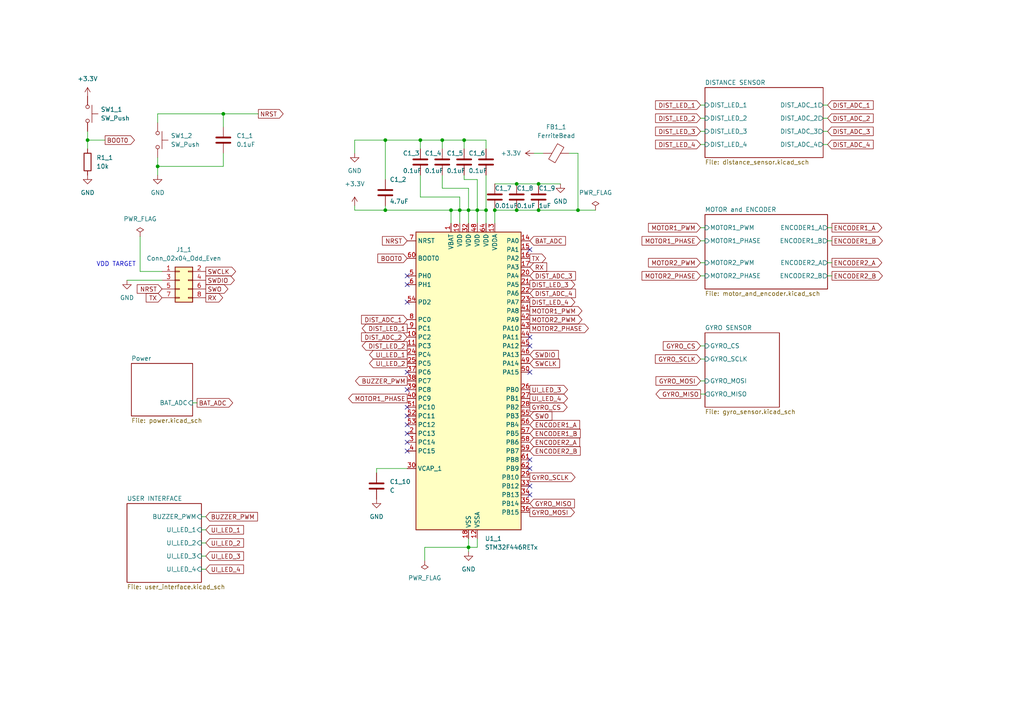
<source format=kicad_sch>
(kicad_sch (version 20230121) (generator eeschema)
  (paper "A4")
  (lib_symbols
    (symbol "Connector_Generic:Conn_02x04_Odd_Even" (pin_names (offset 1.016) hide)
      (property "Reference" "J" (at 1.27 5.08 0))
      (property "Value" "Conn_02x04_Odd_Even" (at 1.27 -7.62 0))
      (symbol "Conn_02x04_Odd_Even_1_1"
        (rectangle (start -1.27 -4.953) (end 0 -5.207) (stroke (width 0.1524)))
        (rectangle (start -1.27 -2.413) (end 0 -2.667) (stroke (width 0.1524)))
        (rectangle (start -1.27 0.127) (end 0 -0.127) (stroke (width 0.1524)))
        (rectangle (start -1.27 2.667) (end 0 2.413) (stroke (width 0.1524)))
        (rectangle (start -1.27 3.81) (end 3.81 -6.35) (stroke (width 0.254)) (fill (type background)))
        (rectangle (start 3.81 -4.953) (end 2.54 -5.207) (stroke (width 0.1524)))
        (rectangle (start 3.81 -2.413) (end 2.54 -2.667) (stroke (width 0.1524)))
        (rectangle (start 3.81 0.127) (end 2.54 -0.127) (stroke (width 0.1524)))
        (rectangle (start 3.81 2.667) (end 2.54 2.413) (stroke (width 0.1524)))
        (pin passive line (at -5.08 2.54 0) (length 3.81) (name "Pin_1") (number "1"))
        (pin passive line (at 7.62 2.54 180) (length 3.81) (name "Pin_2") (number "2"))
        (pin passive line (at -5.08 0 0) (length 3.81) (name "Pin_3") (number "3"))
        (pin passive line (at 7.62 0 180) (length 3.81) (name "Pin_4") (number "4"))
        (pin passive line (at -5.08 -2.54 0) (length 3.81) (name "Pin_5") (number "5"))
        (pin passive line (at 7.62 -2.54 180) (length 3.81) (name "Pin_6") (number "6"))
        (pin passive line (at -5.08 -5.08 0) (length 3.81) (name "Pin_7") (number "7"))
        (pin passive line (at 7.62 -5.08 180) (length 3.81) (name "Pin_8") (number "8"))
      )
    )
    (symbol "Device:C" (pin_numbers hide) (pin_names (offset 0.254))
      (property "Reference" "C" (at 0.635 2.54 0))
      (property "Value" "C" (at 0.635 -2.54 0))
      (symbol "C_0_1"
        (polyline (pts (xy -2.032 -0.762) (xy 2.032 -0.762)) (stroke (width 0.508)))
        (polyline (pts (xy -2.032 0.762) (xy 2.032 0.762)) (stroke (width 0.508)))
      )
      (symbol "C_1_1"
        (pin passive line (at 0 3.81 270) (length 2.794) (name "~") (number "1"))
        (pin passive line (at 0 -3.81 90) (length 2.794) (name "~") (number "2"))
      )
    )
    (symbol "Device:FerriteBead" (pin_numbers hide) (pin_names (offset 0))
      (property "Reference" "FB" (at -3.81 0.635 90))
      (property "Value" "FerriteBead" (at 3.81 0 90))
      (symbol "FerriteBead_0_1"
        (polyline (pts (xy 0 -1.27) (xy 0 -1.2192)))
        (polyline (pts (xy 0 1.27) (xy 0 1.2954)))
        (polyline (pts (xy -2.7686 0.4064) (xy -1.7018 2.2606) (xy 2.7686 -0.3048) (xy 1.6764 -2.159) (xy -2.7686 0.4064)))
      )
      (symbol "FerriteBead_1_1"
        (pin passive line (at 0 3.81 270) (length 2.54) (name "~") (number "1"))
        (pin passive line (at 0 -3.81 90) (length 2.54) (name "~") (number "2"))
      )
    )
    (symbol "Device:R" (pin_numbers hide) (pin_names (offset 0))
      (property "Reference" "R" (at 2.032 0 90))
      (property "Value" "R" (at 0 0 90))
      (symbol "R_0_1"
        (rectangle (start -1.016 -2.54) (end 1.016 2.54) (stroke (width 0.254)))
      )
      (symbol "R_1_1"
        (pin passive line (at 0 3.81 270) (length 1.27) (name "~") (number "1"))
        (pin passive line (at 0 -3.81 90) (length 1.27) (name "~") (number "2"))
      )
    )
    (symbol "MCU_ST_STM32F4:STM32F446RETx"
      (property "Reference" "U" (at -15.24 44.45 0))
      (property "Value" "STM32F446RETx" (at 10.16 44.45 0))
      (symbol "STM32F446RETx_0_1"
        (rectangle (start -15.24 -43.18) (end 15.24 43.18) (stroke (width 0.254)) (fill (type background)))
      )
      (symbol "STM32F446RETx_1_1"
        (pin power_in line (at -5.08 45.72 270) (length 2.54) (name "VBAT") (number "1"))
        (pin bidirectional line (at -17.78 12.7 0) (length 2.54) (name "PC2") (number "10"))
        (pin bidirectional line (at -17.78 10.16 0) (length 2.54) (name "PC3") (number "11"))
        (pin power_in line (at 2.54 -45.72 90) (length 2.54) (name "VSSA") (number "12"))
        (pin power_in line (at 7.62 45.72 270) (length 2.54) (name "VDDA") (number "13"))
        (pin bidirectional line (at 17.78 40.64 180) (length 2.54) (name "PA0") (number "14"))
        (pin bidirectional line (at 17.78 38.1 180) (length 2.54) (name "PA1") (number "15"))
        (pin bidirectional line (at 17.78 35.56 180) (length 2.54) (name "PA2") (number "16"))
        (pin bidirectional line (at 17.78 33.02 180) (length 2.54) (name "PA3") (number "17"))
        (pin power_in line (at 0 -45.72 90) (length 2.54) (name "VSS") (number "18"))
        (pin power_in line (at -2.54 45.72 270) (length 2.54) (name "VDD") (number "19"))
        (pin bidirectional line (at -17.78 -15.24 0) (length 2.54) (name "PC13") (number "2"))
        (pin bidirectional line (at 17.78 30.48 180) (length 2.54) (name "PA4") (number "20"))
        (pin bidirectional line (at 17.78 27.94 180) (length 2.54) (name "PA5") (number "21"))
        (pin bidirectional line (at 17.78 25.4 180) (length 2.54) (name "PA6") (number "22"))
        (pin bidirectional line (at 17.78 22.86 180) (length 2.54) (name "PA7") (number "23"))
        (pin bidirectional line (at -17.78 7.62 0) (length 2.54) (name "PC4") (number "24"))
        (pin bidirectional line (at -17.78 5.08 0) (length 2.54) (name "PC5") (number "25"))
        (pin bidirectional line (at 17.78 -2.54 180) (length 2.54) (name "PB0") (number "26"))
        (pin bidirectional line (at 17.78 -5.08 180) (length 2.54) (name "PB1") (number "27"))
        (pin bidirectional line (at 17.78 -7.62 180) (length 2.54) (name "PB2") (number "28"))
        (pin bidirectional line (at 17.78 -27.94 180) (length 2.54) (name "PB10") (number "29"))
        (pin bidirectional line (at -17.78 -17.78 0) (length 2.54) (name "PC14") (number "3"))
        (pin power_out line (at -17.78 -25.4 0) (length 2.54) (name "VCAP_1") (number "30"))
        (pin passive line (at 0 -45.72 90) (length 2.54) hide (name "VSS") (number "31"))
        (pin power_in line (at 0 45.72 270) (length 2.54) (name "VDD") (number "32"))
        (pin bidirectional line (at 17.78 -30.48 180) (length 2.54) (name "PB12") (number "33"))
        (pin bidirectional line (at 17.78 -33.02 180) (length 2.54) (name "PB13") (number "34"))
        (pin bidirectional line (at 17.78 -35.56 180) (length 2.54) (name "PB14") (number "35"))
        (pin bidirectional line (at 17.78 -38.1 180) (length 2.54) (name "PB15") (number "36"))
        (pin bidirectional line (at -17.78 2.54 0) (length 2.54) (name "PC6") (number "37"))
        (pin bidirectional line (at -17.78 0 0) (length 2.54) (name "PC7") (number "38"))
        (pin bidirectional line (at -17.78 -2.54 0) (length 2.54) (name "PC8") (number "39"))
        (pin bidirectional line (at -17.78 -20.32 0) (length 2.54) (name "PC15") (number "4"))
        (pin bidirectional line (at -17.78 -5.08 0) (length 2.54) (name "PC9") (number "40"))
        (pin bidirectional line (at 17.78 20.32 180) (length 2.54) (name "PA8") (number "41"))
        (pin bidirectional line (at 17.78 17.78 180) (length 2.54) (name "PA9") (number "42"))
        (pin bidirectional line (at 17.78 15.24 180) (length 2.54) (name "PA10") (number "43"))
        (pin bidirectional line (at 17.78 12.7 180) (length 2.54) (name "PA11") (number "44"))
        (pin bidirectional line (at 17.78 10.16 180) (length 2.54) (name "PA12") (number "45"))
        (pin bidirectional line (at 17.78 7.62 180) (length 2.54) (name "PA13") (number "46"))
        (pin passive line (at 0 -45.72 90) (length 2.54) hide (name "VSS") (number "47"))
        (pin power_in line (at 2.54 45.72 270) (length 2.54) (name "VDD") (number "48"))
        (pin bidirectional line (at 17.78 5.08 180) (length 2.54) (name "PA14") (number "49"))
        (pin bidirectional line (at -17.78 30.48 0) (length 2.54) (name "PH0") (number "5"))
        (pin bidirectional line (at 17.78 2.54 180) (length 2.54) (name "PA15") (number "50"))
        (pin bidirectional line (at -17.78 -7.62 0) (length 2.54) (name "PC10") (number "51"))
        (pin bidirectional line (at -17.78 -10.16 0) (length 2.54) (name "PC11") (number "52"))
        (pin bidirectional line (at -17.78 -12.7 0) (length 2.54) (name "PC12") (number "53"))
        (pin bidirectional line (at -17.78 22.86 0) (length 2.54) (name "PD2") (number "54"))
        (pin bidirectional line (at 17.78 -10.16 180) (length 2.54) (name "PB3") (number "55"))
        (pin bidirectional line (at 17.78 -12.7 180) (length 2.54) (name "PB4") (number "56"))
        (pin bidirectional line (at 17.78 -15.24 180) (length 2.54) (name "PB5") (number "57"))
        (pin bidirectional line (at 17.78 -17.78 180) (length 2.54) (name "PB6") (number "58"))
        (pin bidirectional line (at 17.78 -20.32 180) (length 2.54) (name "PB7") (number "59"))
        (pin bidirectional line (at -17.78 27.94 0) (length 2.54) (name "PH1") (number "6"))
        (pin input line (at -17.78 35.56 0) (length 2.54) (name "BOOT0") (number "60"))
        (pin bidirectional line (at 17.78 -22.86 180) (length 2.54) (name "PB8") (number "61"))
        (pin bidirectional line (at 17.78 -25.4 180) (length 2.54) (name "PB9") (number "62"))
        (pin passive line (at 0 -45.72 90) (length 2.54) hide (name "VSS") (number "63"))
        (pin power_in line (at 5.08 45.72 270) (length 2.54) (name "VDD") (number "64"))
        (pin input line (at -17.78 40.64 0) (length 2.54) (name "NRST") (number "7"))
        (pin bidirectional line (at -17.78 17.78 0) (length 2.54) (name "PC0") (number "8"))
        (pin bidirectional line (at -17.78 15.24 0) (length 2.54) (name "PC1") (number "9"))
      )
    )
    (symbol "Switch:SW_Push" (pin_numbers hide) (pin_names (offset 1.016) hide)
      (property "Reference" "SW" (at 1.27 2.54 0))
      (property "Value" "SW_Push" (at 0 -1.524 0))
      (symbol "SW_Push_0_1"
        (circle (center -2.032 0) (radius 0.508))
        (polyline (pts (xy 0 1.27) (xy 0 3.048)))
        (polyline (pts (xy 2.54 1.27) (xy -2.54 1.27)))
        (circle (center 2.032 0) (radius 0.508))
        (pin passive line (at -5.08 0 0) (length 2.54) (name "1") (number "1"))
        (pin passive line (at 5.08 0 180) (length 2.54) (name "2") (number "2"))
      )
    )
    (symbol "power:+3.3V" (power) (pin_names (offset 0))
      (property "Value" "+3.3V" (at 0 3.556 0))
      (symbol "+3.3V_0_1"
        (polyline (pts (xy -0.762 1.27) (xy 0 2.54)))
        (polyline (pts (xy 0 0) (xy 0 2.54)))
        (polyline (pts (xy 0 2.54) (xy 0.762 1.27)))
      )
      (symbol "+3.3V_1_1"
        (pin power_in line (at 0 0 90) (length 0) hide (name "+3.3V") (number "1"))
      )
    )
    (symbol "power:GND" (power) (pin_names (offset 0))
      (property "Value" "GND" (at 0 -3.81 0))
      (symbol "GND_0_1"
        (polyline (pts (xy 0 0) (xy 0 -1.27) (xy 1.27 -1.27) (xy 0 -2.54) (xy -1.27 -1.27) (xy 0 -1.27)))
      )
      (symbol "GND_1_1"
        (pin power_in line (at 0 0 270) (length 0) hide (name "GND") (number "1"))
      )
    )
    (symbol "power:PWR_FLAG" (power) (pin_numbers hide) (pin_names (offset 0) hide)
      (property "Value" "PWR_FLAG" (at 0 3.81 0))
      (symbol "PWR_FLAG_0_0"
        (pin power_out line (at 0 0 90) (length 0) (name "pwr") (number "1"))
      )
      (symbol "PWR_FLAG_0_1"
        (polyline (pts (xy 0 0) (xy 0 1.27) (xy -1.016 1.905) (xy 0 2.54) (xy 1.016 1.905) (xy 0 1.27)))
      )
    )
  )
  (junction (at 121.92 40.64))
  (junction (at 149.86 60.96))
  (junction (at 45.72 48.26))
  (junction (at 135.89 60.96))
  (junction (at 128.27 40.64))
  (junction (at 149.86 53.34))
  (junction (at 138.43 60.96))
  (junction (at 140.97 60.96))
  (junction (at 133.35 60.96))
  (junction (at 156.21 53.34))
  (junction (at 156.21 60.96))
  (junction (at 143.51 60.96))
  (junction (at 135.89 158.75))
  (junction (at 25.4 40.64))
  (junction (at 111.76 60.96))
  (junction (at 111.76 40.64))
  (junction (at 167.64 60.96))
  (junction (at 130.81 60.96))
  (junction (at 134.62 40.64))
  (junction (at 64.77 33.02))
  (no_connect (at 118.11 123.19))
  (no_connect (at 153.67 140.97))
  (no_connect (at 153.67 107.95))
  (no_connect (at 118.11 125.73))
  (no_connect (at 153.67 143.51))
  (no_connect (at 118.11 82.55))
  (no_connect (at 118.11 107.95))
  (no_connect (at 118.11 118.11))
  (no_connect (at 153.67 97.79))
  (no_connect (at 153.67 72.39))
  (no_connect (at 153.67 100.33))
  (no_connect (at 153.67 133.35))
  (no_connect (at 153.67 135.89))
  (no_connect (at 118.11 80.01))
  (no_connect (at 118.11 87.63))
  (no_connect (at 118.11 120.65))
  (no_connect (at 118.11 113.03))
  (no_connect (at 118.11 128.27))
  (no_connect (at 118.11 130.81))
  (wire (pts (xy 238.76 30.48) (xy 240.03 30.48)))
  (wire (pts (xy 109.22 137.16) (xy 109.22 135.89)))
  (wire (pts (xy 203.2 34.29) (xy 204.47 34.29)))
  (wire (pts (xy 203.2 114.3) (xy 204.47 114.3)))
  (wire (pts (xy 165.1 44.45) (xy 167.64 44.45)))
  (wire (pts (xy 58.42 157.48) (xy 59.69 157.48)))
  (wire (pts (xy 140.97 60.96) (xy 140.97 64.77)))
  (wire (pts (xy 140.97 40.64) (xy 140.97 43.18)))
  (wire (pts (xy 203.2 66.04) (xy 204.47 66.04)))
  (wire (pts (xy 111.76 40.64) (xy 111.76 52.07)))
  (wire (pts (xy 128.27 54.61) (xy 135.89 54.61)))
  (wire (pts (xy 25.4 38.1) (xy 25.4 40.64)))
  (wire (pts (xy 102.87 40.64) (xy 102.87 44.45)))
  (wire (pts (xy 203.2 104.14) (xy 204.47 104.14)))
  (wire (pts (xy 135.89 156.21) (xy 135.89 158.75)))
  (wire (pts (xy 111.76 59.69) (xy 111.76 60.96)))
  (wire (pts (xy 203.2 100.33) (xy 204.47 100.33)))
  (wire (pts (xy 40.64 68.58) (xy 40.64 78.74)))
  (wire (pts (xy 102.87 59.69) (xy 102.87 60.96)))
  (wire (pts (xy 203.2 30.48) (xy 204.47 30.48)))
  (wire (pts (xy 58.42 149.86) (xy 59.69 149.86)))
  (wire (pts (xy 130.81 60.96) (xy 130.81 64.77)))
  (wire (pts (xy 143.51 60.96) (xy 143.51 64.77)))
  (wire (pts (xy 64.77 33.02) (xy 64.77 36.83)))
  (wire (pts (xy 128.27 40.64) (xy 134.62 40.64)))
  (wire (pts (xy 134.62 40.64) (xy 140.97 40.64)))
  (wire (pts (xy 64.77 44.45) (xy 64.77 48.26)))
  (wire (pts (xy 238.76 34.29) (xy 240.03 34.29)))
  (wire (pts (xy 134.62 40.64) (xy 134.62 43.18)))
  (wire (pts (xy 121.92 50.8) (xy 121.92 57.15)))
  (wire (pts (xy 25.4 40.64) (xy 30.48 40.64)))
  (wire (pts (xy 156.21 60.96) (xy 167.64 60.96)))
  (wire (pts (xy 203.2 110.49) (xy 204.47 110.49)))
  (wire (pts (xy 58.42 161.29) (xy 59.69 161.29)))
  (wire (pts (xy 143.51 53.34) (xy 149.86 53.34)))
  (wire (pts (xy 109.22 135.89) (xy 118.11 135.89)))
  (wire (pts (xy 64.77 48.26) (xy 45.72 48.26)))
  (wire (pts (xy 45.72 35.56) (xy 45.72 33.02)))
  (wire (pts (xy 134.62 50.8) (xy 134.62 52.07)))
  (wire (pts (xy 58.42 165.1) (xy 59.69 165.1)))
  (wire (pts (xy 111.76 40.64) (xy 121.92 40.64)))
  (wire (pts (xy 240.03 69.85) (xy 241.3 69.85)))
  (wire (pts (xy 140.97 50.8) (xy 140.97 60.96)))
  (wire (pts (xy 121.92 40.64) (xy 128.27 40.64)))
  (wire (pts (xy 123.19 162.56) (xy 123.19 158.75)))
  (wire (pts (xy 156.21 53.34) (xy 162.56 53.34)))
  (wire (pts (xy 133.35 57.15) (xy 133.35 60.96)))
  (wire (pts (xy 102.87 60.96) (xy 111.76 60.96)))
  (wire (pts (xy 36.83 81.28) (xy 46.99 81.28)))
  (wire (pts (xy 240.03 66.04) (xy 241.3 66.04)))
  (wire (pts (xy 133.35 60.96) (xy 135.89 60.96)))
  (wire (pts (xy 240.03 80.01) (xy 241.3 80.01)))
  (wire (pts (xy 64.77 33.02) (xy 74.93 33.02)))
  (wire (pts (xy 203.2 41.91) (xy 204.47 41.91)))
  (wire (pts (xy 102.87 40.64) (xy 111.76 40.64)))
  (wire (pts (xy 128.27 50.8) (xy 128.27 54.61)))
  (wire (pts (xy 40.64 78.74) (xy 46.99 78.74)))
  (wire (pts (xy 121.92 57.15) (xy 133.35 57.15)))
  (wire (pts (xy 138.43 158.75) (xy 135.89 158.75)))
  (wire (pts (xy 135.89 54.61) (xy 135.89 60.96)))
  (wire (pts (xy 45.72 45.72) (xy 45.72 48.26)))
  (wire (pts (xy 121.92 40.64) (xy 121.92 43.18)))
  (wire (pts (xy 203.2 69.85) (xy 204.47 69.85)))
  (wire (pts (xy 55.88 116.84) (xy 57.15 116.84)))
  (wire (pts (xy 149.86 60.96) (xy 156.21 60.96)))
  (wire (pts (xy 203.2 80.01) (xy 204.47 80.01)))
  (wire (pts (xy 45.72 48.26) (xy 45.72 50.8)))
  (wire (pts (xy 134.62 52.07) (xy 138.43 52.07)))
  (wire (pts (xy 123.19 158.75) (xy 135.89 158.75)))
  (wire (pts (xy 135.89 60.96) (xy 138.43 60.96)))
  (wire (pts (xy 111.76 60.96) (xy 130.81 60.96)))
  (wire (pts (xy 128.27 40.64) (xy 128.27 43.18)))
  (wire (pts (xy 138.43 156.21) (xy 138.43 158.75)))
  (wire (pts (xy 238.76 41.91) (xy 240.03 41.91)))
  (wire (pts (xy 238.76 38.1) (xy 240.03 38.1)))
  (wire (pts (xy 58.42 153.67) (xy 59.69 153.67)))
  (wire (pts (xy 167.64 60.96) (xy 172.72 60.96)))
  (wire (pts (xy 138.43 60.96) (xy 140.97 60.96)))
  (wire (pts (xy 203.2 76.2) (xy 204.47 76.2)))
  (wire (pts (xy 133.35 60.96) (xy 133.35 64.77)))
  (wire (pts (xy 203.2 38.1) (xy 204.47 38.1)))
  (wire (pts (xy 143.51 60.96) (xy 149.86 60.96)))
  (wire (pts (xy 167.64 44.45) (xy 167.64 60.96)))
  (wire (pts (xy 135.89 60.96) (xy 135.89 64.77)))
  (wire (pts (xy 149.86 53.34) (xy 156.21 53.34)))
  (wire (pts (xy 25.4 40.64) (xy 25.4 43.18)))
  (wire (pts (xy 138.43 60.96) (xy 138.43 64.77)))
  (wire (pts (xy 135.89 158.75) (xy 135.89 160.02)))
  (wire (pts (xy 45.72 33.02) (xy 64.77 33.02)))
  (wire (pts (xy 157.48 44.45) (xy 154.94 44.45)))
  (wire (pts (xy 130.81 60.96) (xy 133.35 60.96)))
  (wire (pts (xy 138.43 52.07) (xy 138.43 60.96)))
  (wire (pts (xy 240.03 76.2) (xy 241.3 76.2)))
  (text "VDD TARGET" (at 27.94 77.47 0) (effects (font (size 1.27 1.27)) (justify left bottom)))
  (global_label "DIST_LED_3" (shape input) (at 203.2 38.1 180) (property "Intersheetrefs" "${INTERSHEET_REFS}" (effects hide)))
  (global_label "UI_LED_2" (shape output) (at 118.11 105.41 180) (property "Intersheetrefs" "${INTERSHEET_REFS}" (effects hide)))
  (global_label "NRST" (shape output) (at 74.93 33.02 0) (property "Intersheetrefs" "${INTERSHEET_REFS}" (effects hide)))
  (global_label "GYRO_MISO" (shape input) (at 153.67 146.05 0) (property "Intersheetrefs" "${INTERSHEET_REFS}" (effects hide)))
  (global_label "MOTOR1_PWM" (shape output) (at 153.67 90.17 0) (property "Intersheetrefs" "${INTERSHEET_REFS}" (effects hide)))
  (global_label "SWO" (shape input) (at 153.67 120.65 0) (property "Intersheetrefs" "${INTERSHEET_REFS}" (effects hide)))
  (global_label "RX" (shape output) (at 59.69 86.36 0) (property "Intersheetrefs" "${INTERSHEET_REFS}" (effects hide)))
  (global_label "UI_LED_3" (shape output) (at 153.67 113.03 0) (property "Intersheetrefs" "${INTERSHEET_REFS}" (effects hide)))
  (global_label "DIST_LED_4" (shape output) (at 153.67 87.63 0) (property "Intersheetrefs" "${INTERSHEET_REFS}" (effects hide)))
  (global_label "ENCODER2_A" (shape output) (at 241.3 76.2 0) (property "Intersheetrefs" "${INTERSHEET_REFS}" (effects hide)))
  (global_label "ENCODER1_B" (shape output) (at 241.3 69.85 0) (property "Intersheetrefs" "${INTERSHEET_REFS}" (effects hide)))
  (global_label "NRST" (shape input) (at 46.99 83.82 180) (property "Intersheetrefs" "${INTERSHEET_REFS}" (effects hide)))
  (global_label "GYRO_CS" (shape output) (at 153.67 118.11 0) (property "Intersheetrefs" "${INTERSHEET_REFS}" (effects hide)))
  (global_label "TX" (shape output) (at 153.67 74.93 0) (property "Intersheetrefs" "${INTERSHEET_REFS}" (effects hide)))
  (global_label "DIST_LED_4" (shape input) (at 203.2 41.91 180) (property "Intersheetrefs" "${INTERSHEET_REFS}" (effects hide)))
  (global_label "MOTOR1_PHASE" (shape input) (at 203.2 69.85 180) (property "Intersheetrefs" "${INTERSHEET_REFS}" (effects hide)))
  (global_label "DIST_ADC_3" (shape input) (at 240.03 38.1 0) (property "Intersheetrefs" "${INTERSHEET_REFS}" (effects hide)))
  (global_label "BUZZER_PWM" (shape input) (at 59.69 149.86 0) (property "Intersheetrefs" "${INTERSHEET_REFS}" (effects hide)))
  (global_label "MOTOR1_PHASE" (shape output) (at 118.11 115.57 180) (property "Intersheetrefs" "${INTERSHEET_REFS}" (effects hide)))
  (global_label "UI_LED_3" (shape input) (at 59.69 161.29 0) (property "Intersheetrefs" "${INTERSHEET_REFS}" (effects hide)))
  (global_label "DIST_ADC_2" (shape input) (at 118.11 97.79 180) (property "Intersheetrefs" "${INTERSHEET_REFS}" (effects hide)))
  (global_label "ENCODER2_B" (shape output) (at 241.3 80.01 0) (property "Intersheetrefs" "${INTERSHEET_REFS}" (effects hide)))
  (global_label "SWDIO" (shape output) (at 59.69 81.28 0) (property "Intersheetrefs" "${INTERSHEET_REFS}" (effects hide)))
  (global_label "DIST_LED_2" (shape input) (at 203.2 34.29 180) (property "Intersheetrefs" "${INTERSHEET_REFS}" (effects hide)))
  (global_label "UI_LED_1" (shape input) (at 59.69 153.67 0) (property "Intersheetrefs" "${INTERSHEET_REFS}" (effects hide)))
  (global_label "UI_LED_1" (shape output) (at 118.11 102.87 180) (property "Intersheetrefs" "${INTERSHEET_REFS}" (effects hide)))
  (global_label "ENCODER2_B" (shape input) (at 153.67 130.81 0) (property "Intersheetrefs" "${INTERSHEET_REFS}" (effects hide)))
  (global_label "DIST_ADC_1" (shape input) (at 240.03 30.48 0) (property "Intersheetrefs" "${INTERSHEET_REFS}" (effects hide)))
  (global_label "ENCODER1_B" (shape input) (at 153.67 125.73 0) (property "Intersheetrefs" "${INTERSHEET_REFS}" (effects hide)))
  (global_label "UI_LED_4" (shape input) (at 59.69 165.1 0) (property "Intersheetrefs" "${INTERSHEET_REFS}" (effects hide)))
  (global_label "UI_LED_2" (shape input) (at 59.69 157.48 0) (property "Intersheetrefs" "${INTERSHEET_REFS}" (effects hide)))
  (global_label "NRST" (shape input) (at 118.11 69.85 180) (property "Intersheetrefs" "${INTERSHEET_REFS}" (effects hide)))
  (global_label "MOTOR2_PHASE" (shape input) (at 203.2 80.01 180) (property "Intersheetrefs" "${INTERSHEET_REFS}" (effects hide)))
  (global_label "MOTOR2_PHASE" (shape output) (at 153.67 95.25 0) (property "Intersheetrefs" "${INTERSHEET_REFS}" (effects hide)))
  (global_label "UI_LED_4" (shape output) (at 153.67 115.57 0) (property "Intersheetrefs" "${INTERSHEET_REFS}" (effects hide)))
  (global_label "DIST_ADC_4" (shape input) (at 240.03 41.91 0) (property "Intersheetrefs" "${INTERSHEET_REFS}" (effects hide)))
  (global_label "BOOT0" (shape output) (at 30.48 40.64 0) (property "Intersheetrefs" "${INTERSHEET_REFS}" (effects hide)))
  (global_label "BOOT0" (shape input) (at 118.11 74.93 180) (property "Intersheetrefs" "${INTERSHEET_REFS}" (effects hide)))
  (global_label "TX" (shape input) (at 46.99 86.36 180) (property "Intersheetrefs" "${INTERSHEET_REFS}" (effects hide)))
  (global_label "ENCODER1_A" (shape input) (at 153.67 123.19 0) (property "Intersheetrefs" "${INTERSHEET_REFS}" (effects hide)))
  (global_label "DIST_ADC_4" (shape input) (at 153.67 85.09 0) (property "Intersheetrefs" "${INTERSHEET_REFS}" (effects hide)))
  (global_label "SWCLK" (shape input) (at 153.67 105.41 0) (property "Intersheetrefs" "${INTERSHEET_REFS}" (effects hide)))
  (global_label "GYRO_SCLK" (shape input) (at 203.2 104.14 180) (property "Intersheetrefs" "${INTERSHEET_REFS}" (effects hide)))
  (global_label "SWDIO" (shape input) (at 153.67 102.87 0) (property "Intersheetrefs" "${INTERSHEET_REFS}" (effects hide)))
  (global_label "DIST_ADC_2" (shape input) (at 240.03 34.29 0) (property "Intersheetrefs" "${INTERSHEET_REFS}" (effects hide)))
  (global_label "SWCLK" (shape output) (at 59.69 78.74 0) (property "Intersheetrefs" "${INTERSHEET_REFS}" (effects hide)))
  (global_label "MOTOR1_PWM" (shape input) (at 203.2 66.04 180) (property "Intersheetrefs" "${INTERSHEET_REFS}" (effects hide)))
  (global_label "RX" (shape input) (at 153.67 77.47 0) (property "Intersheetrefs" "${INTERSHEET_REFS}" (effects hide)))
  (global_label "BAT_ADC" (shape input) (at 153.67 69.85 0) (property "Intersheetrefs" "${INTERSHEET_REFS}" (effects hide)))
  (global_label "MOTOR2_PWM" (shape input) (at 203.2 76.2 180) (property "Intersheetrefs" "${INTERSHEET_REFS}" (effects hide)))
  (global_label "GYRO_SCLK" (shape output) (at 153.67 138.43 0) (property "Intersheetrefs" "${INTERSHEET_REFS}" (effects hide)))
  (global_label "GYRO_CS" (shape input) (at 203.2 100.33 180) (property "Intersheetrefs" "${INTERSHEET_REFS}" (effects hide)))
  (global_label "DIST_LED_2" (shape output) (at 118.11 100.33 180) (property "Intersheetrefs" "${INTERSHEET_REFS}" (effects hide)))
  (global_label "DIST_LED_3" (shape output) (at 153.67 82.55 0) (property "Intersheetrefs" "${INTERSHEET_REFS}" (effects hide)))
  (global_label "MOTOR2_PWM" (shape output) (at 153.67 92.71 0) (property "Intersheetrefs" "${INTERSHEET_REFS}" (effects hide)))
  (global_label "GYRO_MOSI" (shape input) (at 203.2 110.49 180) (property "Intersheetrefs" "${INTERSHEET_REFS}" (effects hide)))
  (global_label "ENCODER1_A" (shape output) (at 241.3 66.04 0) (property "Intersheetrefs" "${INTERSHEET_REFS}" (effects hide)))
  (global_label "GYRO_MOSI" (shape output) (at 153.67 148.59 0) (property "Intersheetrefs" "${INTERSHEET_REFS}" (effects hide)))
  (global_label "DIST_LED_1" (shape input) (at 203.2 30.48 180) (property "Intersheetrefs" "${INTERSHEET_REFS}" (effects hide)))
  (global_label "BAT_ADC" (shape output) (at 57.15 116.84 0) (property "Intersheetrefs" "${INTERSHEET_REFS}" (effects hide)))
  (global_label "BUZZER_PWM" (shape output) (at 118.11 110.49 180) (property "Intersheetrefs" "${INTERSHEET_REFS}" (effects hide)))
  (global_label "SWO" (shape output) (at 59.69 83.82 0) (property "Intersheetrefs" "${INTERSHEET_REFS}" (effects hide)))
  (global_label "GYRO_MISO" (shape output) (at 203.2 114.3 180) (property "Intersheetrefs" "${INTERSHEET_REFS}" (effects hide)))
  (global_label "DIST_ADC_3" (shape input) (at 153.67 80.01 0) (property "Intersheetrefs" "${INTERSHEET_REFS}" (effects hide)))
  (global_label "DIST_LED_1" (shape output) (at 118.11 95.25 180) (property "Intersheetrefs" "${INTERSHEET_REFS}" (effects hide)))
  (global_label "DIST_ADC_1" (shape input) (at 118.11 92.71 180) (property "Intersheetrefs" "${INTERSHEET_REFS}" (effects hide)))
  (global_label "ENCODER2_A" (shape input) (at 153.67 128.27 0) (property "Intersheetrefs" "${INTERSHEET_REFS}" (effects hide)))
  (symbol (lib_id "Device:C") (at 149.86 57.15 0) (unit 1)
    (property "Reference" "C1_8" (at 149.86 54.61 0) (effects (justify left)))
    (property "Value" "0.1uF" (at 149.86 59.69 0) (effects (justify left)))
  )
  (symbol (lib_id "power:+3.3V") (at 154.94 44.45 90) (unit 1)
    (property "Reference" "#PWR018" (effects hide))
    (property "Value" "+3.3V" (at 151.13 44.45 90) (effects (justify left)))
  )
  (symbol (lib_id "Device:C") (at 128.27 46.99 0) (unit 1)
    (property "Reference" "C1_4" (at 123.19 44.45 0) (effects (justify left)))
    (property "Value" "0.1uF" (at 123.19 49.53 0) (effects (justify left)))
  )
  (symbol (lib_id "power:PWR_FLAG") (at 172.72 60.96 0) (unit 1)
    (property "Reference" "#FLG03" (effects hide))
    (property "Value" "PWR_FLAG" (at 172.72 55.88 0))
  )
  (symbol (lib_id "Connector_Generic:Conn_02x04_Odd_Even") (at 52.07 81.28 0) (unit 1)
    (property "Reference" "J1_1" (at 53.34 72.39 0))
    (property "Value" "Conn_02x04_Odd_Even" (at 53.34 74.93 0))
  )
  (symbol (lib_id "power:GND") (at 162.56 53.34 0) (unit 1)
    (property "Reference" "#PWR017" (effects hide))
    (property "Value" "GND" (at 162.56 58.42 0))
  )
  (symbol (lib_id "Device:C") (at 111.76 55.88 0) (unit 1)
    (property "Reference" "C1_2" (at 113.03 52.07 0) (effects (justify left)))
    (property "Value" "4.7uF" (at 113.03 58.42 0) (effects (justify left)))
  )
  (symbol (lib_id "power:GND") (at 109.22 144.78 0) (unit 1)
    (property "Reference" "#PWR019" (effects hide))
    (property "Value" "GND" (at 109.22 149.86 0))
  )
  (symbol (lib_id "Switch:SW_Push") (at 45.72 40.64 270) (unit 1)
    (property "Reference" "SW1_2" (at 49.53 39.37 90) (effects (justify left)))
    (property "Value" "SW_Push" (at 49.53 41.91 90) (effects (justify left)))
  )
  (symbol (lib_id "Device:FerriteBead") (at 161.29 44.45 270) (unit 1)
    (property "Reference" "FB1_1" (at 161.3408 36.83 90))
    (property "Value" "FerriteBead" (at 161.3408 39.37 90))
  )
  (symbol (lib_id "Device:C") (at 143.51 57.15 0) (unit 1)
    (property "Reference" "C1_7" (at 143.51 54.61 0) (effects (justify left)))
    (property "Value" "0.01uF" (at 143.51 59.69 0) (effects (justify left)))
  )
  (symbol (lib_id "power:PWR_FLAG") (at 40.64 68.58 0) (unit 1)
    (property "Reference" "#FLG01" (effects hide))
    (property "Value" "PWR_FLAG" (at 40.64 63.5 0))
  )
  (symbol (lib_id "Device:C") (at 156.21 57.15 0) (unit 1)
    (property "Reference" "C1_9" (at 156.21 54.61 0) (effects (justify left)))
    (property "Value" "1uF" (at 156.21 59.69 0) (effects (justify left)))
  )
  (symbol (lib_id "Device:C") (at 121.92 46.99 0) (unit 1)
    (property "Reference" "C1_3" (at 116.84 44.45 0) (effects (justify left)))
    (property "Value" "0.1uF" (at 116.84 49.53 0) (effects (justify left)))
  )
  (symbol (lib_id "Switch:SW_Push") (at 25.4 33.02 270) (unit 1)
    (property "Reference" "SW1_1" (at 29.21 31.75 90) (effects (justify left)))
    (property "Value" "SW_Push" (at 29.21 34.29 90) (effects (justify left)))
  )
  (symbol (lib_id "Device:C") (at 140.97 46.99 0) (unit 1)
    (property "Reference" "C1_6" (at 135.89 44.45 0) (effects (justify left)))
    (property "Value" "0.1uF" (at 135.89 49.53 0) (effects (justify left)))
  )
  (symbol (lib_id "power:GND") (at 45.72 50.8 0) (unit 1)
    (property "Reference" "#PWR022" (effects hide))
    (property "Value" "GND" (at 45.72 55.88 0))
  )
  (symbol (lib_id "MCU_ST_STM32F4:STM32F446RETx") (at 135.89 110.49 0) (unit 1)
    (property "Reference" "U1_1" (at 140.6241 156.21 0) (effects (justify left)))
    (property "Value" "STM32F446RETx" (at 140.6241 158.75 0) (effects (justify left)))
    (property "Footprint" "Package_QFP:LQFP-64_10x10mm_P0.5mm" (effects hide))
    (property "Datasheet" "https://www.st.com/resource/en/datasheet/stm32f446re.pdf" (effects hide))
  )
  (symbol (lib_id "Device:C") (at 64.77 40.64 0) (unit 1)
    (property "Reference" "C1_1" (at 68.58 39.37 0) (effects (justify left)))
    (property "Value" "0.1uF" (at 68.58 41.91 0) (effects (justify left)))
  )
  (symbol (lib_id "Device:R") (at 25.4 46.99 0) (unit 1)
    (property "Reference" "R1_1" (at 27.94 45.72 0) (effects (justify left)))
    (property "Value" "10k" (at 27.94 48.26 0) (effects (justify left)))
  )
  (symbol (lib_id "Device:C") (at 134.62 46.99 0) (unit 1)
    (property "Reference" "C1_5" (at 129.54 44.45 0) (effects (justify left)))
    (property "Value" "0.1uF" (at 129.54 49.53 0) (effects (justify left)))
  )
  (symbol (lib_id "power:+3.3V") (at 25.4 27.94 0) (unit 1)
    (property "Reference" "#PWR020" (effects hide))
    (property "Value" "+3.3V" (at 25.4 22.86 0))
  )
  (symbol (lib_id "power:GND") (at 135.89 160.02 0) (unit 1)
    (property "Reference" "#PWR013" (effects hide))
    (property "Value" "GND" (at 135.89 165.1 0))
  )
  (symbol (lib_id "Device:C") (at 109.22 140.97 0) (unit 1)
    (property "Reference" "C1_10" (at 113.03 139.7 0) (effects (justify left)))
    (property "Value" "C" (at 113.03 142.24 0) (effects (justify left)))
  )
  (symbol (lib_id "power:+3.3V") (at 102.87 59.69 0) (unit 1)
    (property "Reference" "#PWR014" (effects hide))
    (property "Value" "+3.3V" (at 102.87 53.34 0))
  )
  (symbol (lib_id "power:PWR_FLAG") (at 123.19 162.56 0) (mirror x) (unit 1)
    (property "Reference" "#FLG04" (effects hide))
    (property "Value" "PWR_FLAG" (at 123.19 167.64 0))
  )
  (symbol (lib_id "power:GND") (at 25.4 50.8 0) (unit 1)
    (property "Reference" "#PWR021" (effects hide))
    (property "Value" "GND" (at 25.4 55.88 0))
  )
  (symbol (lib_id "power:GND") (at 36.83 81.28 0) (unit 1)
    (property "Reference" "#PWR062" (effects hide))
    (property "Value" "GND" (at 36.83 86.36 0))
  )
  (symbol (lib_id "power:GND") (at 102.87 44.45 0) (unit 1)
    (property "Reference" "#PWR015" (effects hide))
    (property "Value" "GND" (at 102.87 49.53 0))
  )
  (sheet (at 38.1 105.41) (size 17.78 15.24) (stroke (width 0.1524))
    (property "Sheetname" "Power" (at 38.1 104.6984 0) (effects (justify left bottom)))
    (property "Sheetfile" "power.kicad_sch" (at 38.1 121.2346 0) (effects (justify left top)))
    (pin "BAT_ADC" input (at 55.88 116.84 0))
  )
  (sheet (at 204.47 62.23) (size 35.56 21.59) (stroke (width 0.1524))
    (property "Sheetname" "MOTOR and ENCODER" (at 204.47 61.5184 0) (effects (justify left bottom)))
    (property "Sheetfile" "motor_and_encoder.kicad_sch" (at 204.47 84.4046 0) (effects (justify left top)))
    (pin "ENCODER2_A" output (at 240.03 76.2 0))
    (pin "ENCODER2_B" output (at 240.03 80.01 0))
    (pin "ENCODER1_A" output (at 240.03 66.04 0))
    (pin "ENCODER1_B" output (at 240.03 69.85 0))
    (pin "MOTOR1_PWM" input (at 204.47 66.04 180))
    (pin "MOTOR2_PHASE" input (at 204.47 80.01 180))
    (pin "MOTOR1_PHASE" input (at 204.47 69.85 180))
    (pin "MOTOR2_PWM" input (at 204.47 76.2 180))
  )
  (sheet (at 36.83 146.05) (size 21.59 22.86) (stroke (width 0.1524))
    (property "Sheetname" "USER INTERFACE" (at 36.83 145.3384 0) (effects (justify left bottom)))
    (property "Sheetfile" "user_interface.kicad_sch" (at 36.83 169.4946 0) (effects (justify left top)))
    (pin "UI_LED_1" input (at 58.42 153.67 0))
    (pin "UI_LED_2" input (at 58.42 157.48 0))
    (pin "UI_LED_3" input (at 58.42 161.29 0))
    (pin "UI_LED_4" input (at 58.42 165.1 0))
    (pin "BUZZER_PWM" input (at 58.42 149.86 0))
  )
  (sheet (at 204.47 96.52) (size 21.59 21.59) (stroke (width 0.1524))
    (property "Sheetname" "GYRO SENSOR" (at 204.47 95.8084 0) (effects (justify left bottom)))
    (property "Sheetfile" "gyro_sensor.kicad_sch" (at 204.47 118.6946 0) (effects (justify left top)))
    (pin "GYRO_MISO" output (at 204.47 114.3 180))
    (pin "GYRO_CS" input (at 204.47 100.33 180))
    (pin "GYRO_MOSI" input (at 204.47 110.49 180))
    (pin "GYRO_SCLK" input (at 204.47 104.14 180))
  )
  (sheet (at 204.47 25.4) (size 34.29 20.32) (stroke (width 0.1524))
    (property "Sheetname" "DISTANCE SENSOR" (at 204.47 24.6884 0) (effects (justify left bottom)))
    (property "Sheetfile" "distance_sensor.kicad_sch" (at 204.47 46.3046 0) (effects (justify left top)))
    (pin "DIST_LED_4" input (at 204.47 41.91 180))
    (pin "DIST_ADC_4" output (at 238.76 41.91 0))
    (pin "DIST_LED_1" input (at 204.47 30.48 180))
    (pin "DIST_LED_3" input (at 204.47 38.1 180))
    (pin "DIST_ADC_3" output (at 238.76 38.1 0))
    (pin "DIST_LED_2" input (at 204.47 34.29 180))
    (pin "DIST_ADC_2" output (at 238.76 34.29 0))
    (pin "DIST_ADC_1" output (at 238.76 30.48 0))
  )
)
</source>
